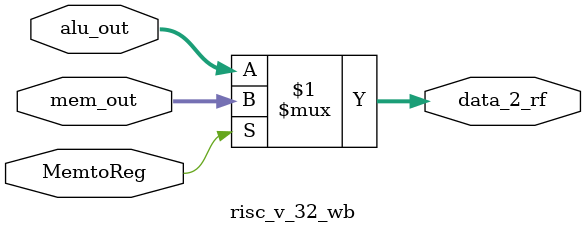
<source format=v>


module risc_v_32_wb(mem_out,alu_out,MemtoReg,data_2_rf);
    input      [31:0] mem_out;                                   // Read data from data memory
	input      [31:0] alu_out;									 // ALU output
	input 	          MemtoReg;									 // MUX choose signal
    output 	   [31:0] data_2_rf;								 // data write to register file

    wire   [31:0] data_2_rf = MemtoReg ? mem_out : alu_out;

	
endmodule
</source>
